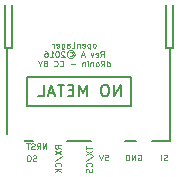
<source format=gbo>
G04 #@! TF.FileFunction,Legend,Bot*
%FSLAX46Y46*%
G04 Gerber Fmt 4.6, Leading zero omitted, Abs format (unit mm)*
G04 Created by KiCad (PCBNEW 4.0.2-stable) date 4/18/2016 11:06:15 PM*
%MOMM*%
G01*
G04 APERTURE LIST*
%ADD10C,0.100000*%
%ADD11C,0.150000*%
%ADD12C,0.127000*%
%ADD13R,0.900000X2.200000*%
%ADD14R,1.200000X2.800000*%
%ADD15R,1.700000X2.800000*%
%ADD16R,2.900000X1.600000*%
%ADD17R,1.400000X1.400000*%
%ADD18C,0.685800*%
%ADD19R,1.727200X2.032000*%
%ADD20O,1.727200X2.032000*%
G04 APERTURE END LIST*
D10*
X204731904Y-112851381D02*
X204660475Y-112875190D01*
X204541428Y-112875190D01*
X204493809Y-112851381D01*
X204469999Y-112827571D01*
X204446190Y-112779952D01*
X204446190Y-112732333D01*
X204469999Y-112684714D01*
X204493809Y-112660905D01*
X204541428Y-112637095D01*
X204636666Y-112613286D01*
X204684285Y-112589476D01*
X204708094Y-112565667D01*
X204731904Y-112518048D01*
X204731904Y-112470429D01*
X204708094Y-112422810D01*
X204684285Y-112399000D01*
X204636666Y-112375190D01*
X204517618Y-112375190D01*
X204446190Y-112399000D01*
X204231904Y-112875190D02*
X204231904Y-112375190D01*
X202247453Y-112399000D02*
X202295072Y-112375190D01*
X202366500Y-112375190D01*
X202437929Y-112399000D01*
X202485548Y-112446619D01*
X202509357Y-112494238D01*
X202533167Y-112589476D01*
X202533167Y-112660905D01*
X202509357Y-112756143D01*
X202485548Y-112803762D01*
X202437929Y-112851381D01*
X202366500Y-112875190D01*
X202318881Y-112875190D01*
X202247453Y-112851381D01*
X202223643Y-112827571D01*
X202223643Y-112660905D01*
X202318881Y-112660905D01*
X202009357Y-112875190D02*
X202009357Y-112375190D01*
X201723643Y-112875190D01*
X201723643Y-112375190D01*
X201485547Y-112875190D02*
X201485547Y-112375190D01*
X201366500Y-112375190D01*
X201295071Y-112399000D01*
X201247452Y-112446619D01*
X201223643Y-112494238D01*
X201199833Y-112589476D01*
X201199833Y-112660905D01*
X201223643Y-112756143D01*
X201247452Y-112803762D01*
X201295071Y-112851381D01*
X201366500Y-112875190D01*
X201485547Y-112875190D01*
X199485237Y-112375190D02*
X199723332Y-112375190D01*
X199747142Y-112613286D01*
X199723332Y-112589476D01*
X199675713Y-112565667D01*
X199556666Y-112565667D01*
X199509047Y-112589476D01*
X199485237Y-112613286D01*
X199461428Y-112660905D01*
X199461428Y-112779952D01*
X199485237Y-112827571D01*
X199509047Y-112851381D01*
X199556666Y-112875190D01*
X199675713Y-112875190D01*
X199723332Y-112851381D01*
X199747142Y-112827571D01*
X199318571Y-112375190D02*
X199151904Y-112875190D01*
X198985238Y-112375190D01*
X197846190Y-111645048D02*
X197846190Y-111930762D01*
X198346190Y-111787905D02*
X197846190Y-111787905D01*
X197846190Y-112049810D02*
X198346190Y-112383143D01*
X197846190Y-112383143D02*
X198346190Y-112049810D01*
X197822381Y-112930761D02*
X198465238Y-112502190D01*
X198298571Y-113383143D02*
X198322381Y-113359333D01*
X198346190Y-113287905D01*
X198346190Y-113240286D01*
X198322381Y-113168857D01*
X198274762Y-113121238D01*
X198227143Y-113097429D01*
X198131905Y-113073619D01*
X198060476Y-113073619D01*
X197965238Y-113097429D01*
X197917619Y-113121238D01*
X197870000Y-113168857D01*
X197846190Y-113240286D01*
X197846190Y-113287905D01*
X197870000Y-113359333D01*
X197893810Y-113383143D01*
X198322381Y-113573619D02*
X198346190Y-113645048D01*
X198346190Y-113764095D01*
X198322381Y-113811714D01*
X198298571Y-113835524D01*
X198250952Y-113859333D01*
X198203333Y-113859333D01*
X198155714Y-113835524D01*
X198131905Y-113811714D01*
X198108095Y-113764095D01*
X198084286Y-113668857D01*
X198060476Y-113621238D01*
X198036667Y-113597429D01*
X197989048Y-113573619D01*
X197941429Y-113573619D01*
X197893810Y-113597429D01*
X197870000Y-113621238D01*
X197846190Y-113668857D01*
X197846190Y-113787905D01*
X197870000Y-113859333D01*
X195742690Y-111867262D02*
X195504595Y-111700595D01*
X195742690Y-111581548D02*
X195242690Y-111581548D01*
X195242690Y-111772024D01*
X195266500Y-111819643D01*
X195290310Y-111843452D01*
X195337929Y-111867262D01*
X195409357Y-111867262D01*
X195456976Y-111843452D01*
X195480786Y-111819643D01*
X195504595Y-111772024D01*
X195504595Y-111581548D01*
X195242690Y-112033929D02*
X195742690Y-112367262D01*
X195242690Y-112367262D02*
X195742690Y-112033929D01*
X195218881Y-112914880D02*
X195861738Y-112486309D01*
X195695071Y-113367262D02*
X195718881Y-113343452D01*
X195742690Y-113272024D01*
X195742690Y-113224405D01*
X195718881Y-113152976D01*
X195671262Y-113105357D01*
X195623643Y-113081548D01*
X195528405Y-113057738D01*
X195456976Y-113057738D01*
X195361738Y-113081548D01*
X195314119Y-113105357D01*
X195266500Y-113152976D01*
X195242690Y-113224405D01*
X195242690Y-113272024D01*
X195266500Y-113343452D01*
X195290310Y-113367262D01*
X195742690Y-113581548D02*
X195242690Y-113581548D01*
X195742690Y-113867262D02*
X195456976Y-113652976D01*
X195242690Y-113867262D02*
X195528405Y-113581548D01*
X193635262Y-112914881D02*
X193563833Y-112938690D01*
X193444786Y-112938690D01*
X193397167Y-112914881D01*
X193373357Y-112891071D01*
X193349548Y-112843452D01*
X193349548Y-112795833D01*
X193373357Y-112748214D01*
X193397167Y-112724405D01*
X193444786Y-112700595D01*
X193540024Y-112676786D01*
X193587643Y-112652976D01*
X193611452Y-112629167D01*
X193635262Y-112581548D01*
X193635262Y-112533929D01*
X193611452Y-112486310D01*
X193587643Y-112462500D01*
X193540024Y-112438690D01*
X193420976Y-112438690D01*
X193349548Y-112462500D01*
X193040024Y-112438690D02*
X192944786Y-112438690D01*
X192897167Y-112462500D01*
X192849548Y-112510119D01*
X192825739Y-112605357D01*
X192825739Y-112772024D01*
X192849548Y-112867262D01*
X192897167Y-112914881D01*
X192944786Y-112938690D01*
X193040024Y-112938690D01*
X193087643Y-112914881D01*
X193135262Y-112867262D01*
X193159072Y-112772024D01*
X193159072Y-112605357D01*
X193135262Y-112510119D01*
X193087643Y-112462500D01*
X193040024Y-112438690D01*
X194496428Y-111922690D02*
X194496428Y-111422690D01*
X194210714Y-111922690D01*
X194210714Y-111422690D01*
X193686904Y-111922690D02*
X193853571Y-111684595D01*
X193972618Y-111922690D02*
X193972618Y-111422690D01*
X193782142Y-111422690D01*
X193734523Y-111446500D01*
X193710714Y-111470310D01*
X193686904Y-111517929D01*
X193686904Y-111589357D01*
X193710714Y-111636976D01*
X193734523Y-111660786D01*
X193782142Y-111684595D01*
X193972618Y-111684595D01*
X193496428Y-111898881D02*
X193424999Y-111922690D01*
X193305952Y-111922690D01*
X193258333Y-111898881D01*
X193234523Y-111875071D01*
X193210714Y-111827452D01*
X193210714Y-111779833D01*
X193234523Y-111732214D01*
X193258333Y-111708405D01*
X193305952Y-111684595D01*
X193401190Y-111660786D01*
X193448809Y-111636976D01*
X193472618Y-111613167D01*
X193496428Y-111565548D01*
X193496428Y-111517929D01*
X193472618Y-111470310D01*
X193448809Y-111446500D01*
X193401190Y-111422690D01*
X193282142Y-111422690D01*
X193210714Y-111446500D01*
X193067857Y-111422690D02*
X192782143Y-111422690D01*
X192925000Y-111922690D02*
X192925000Y-111422690D01*
X198576190Y-103312190D02*
X198623809Y-103288381D01*
X198647618Y-103264571D01*
X198671428Y-103216952D01*
X198671428Y-103074095D01*
X198647618Y-103026476D01*
X198623809Y-103002667D01*
X198576190Y-102978857D01*
X198504761Y-102978857D01*
X198457142Y-103002667D01*
X198433333Y-103026476D01*
X198409523Y-103074095D01*
X198409523Y-103216952D01*
X198433333Y-103264571D01*
X198457142Y-103288381D01*
X198504761Y-103312190D01*
X198576190Y-103312190D01*
X198195237Y-102978857D02*
X198195237Y-103478857D01*
X198195237Y-103002667D02*
X198147618Y-102978857D01*
X198052380Y-102978857D01*
X198004761Y-103002667D01*
X197980952Y-103026476D01*
X197957142Y-103074095D01*
X197957142Y-103216952D01*
X197980952Y-103264571D01*
X198004761Y-103288381D01*
X198052380Y-103312190D01*
X198147618Y-103312190D01*
X198195237Y-103288381D01*
X197552380Y-103288381D02*
X197599999Y-103312190D01*
X197695237Y-103312190D01*
X197742856Y-103288381D01*
X197766666Y-103240762D01*
X197766666Y-103050286D01*
X197742856Y-103002667D01*
X197695237Y-102978857D01*
X197599999Y-102978857D01*
X197552380Y-103002667D01*
X197528571Y-103050286D01*
X197528571Y-103097905D01*
X197766666Y-103145524D01*
X197314285Y-102978857D02*
X197314285Y-103312190D01*
X197314285Y-103026476D02*
X197290476Y-103002667D01*
X197242857Y-102978857D01*
X197171428Y-102978857D01*
X197123809Y-103002667D01*
X197100000Y-103050286D01*
X197100000Y-103312190D01*
X196623809Y-103312190D02*
X196861904Y-103312190D01*
X196861904Y-102812190D01*
X196242857Y-103312190D02*
X196242857Y-103050286D01*
X196266666Y-103002667D01*
X196314285Y-102978857D01*
X196409523Y-102978857D01*
X196457142Y-103002667D01*
X196242857Y-103288381D02*
X196290476Y-103312190D01*
X196409523Y-103312190D01*
X196457142Y-103288381D01*
X196480952Y-103240762D01*
X196480952Y-103193143D01*
X196457142Y-103145524D01*
X196409523Y-103121714D01*
X196290476Y-103121714D01*
X196242857Y-103097905D01*
X195790476Y-102978857D02*
X195790476Y-103383619D01*
X195814285Y-103431238D01*
X195838095Y-103455048D01*
X195885714Y-103478857D01*
X195957142Y-103478857D01*
X196004761Y-103455048D01*
X195790476Y-103288381D02*
X195838095Y-103312190D01*
X195933333Y-103312190D01*
X195980952Y-103288381D01*
X196004761Y-103264571D01*
X196028571Y-103216952D01*
X196028571Y-103074095D01*
X196004761Y-103026476D01*
X195980952Y-103002667D01*
X195933333Y-102978857D01*
X195838095Y-102978857D01*
X195790476Y-103002667D01*
X195361904Y-103288381D02*
X195409523Y-103312190D01*
X195504761Y-103312190D01*
X195552380Y-103288381D01*
X195576190Y-103240762D01*
X195576190Y-103050286D01*
X195552380Y-103002667D01*
X195504761Y-102978857D01*
X195409523Y-102978857D01*
X195361904Y-103002667D01*
X195338095Y-103050286D01*
X195338095Y-103097905D01*
X195576190Y-103145524D01*
X195123809Y-103312190D02*
X195123809Y-102978857D01*
X195123809Y-103074095D02*
X195100000Y-103026476D01*
X195076190Y-103002667D01*
X195028571Y-102978857D01*
X194980952Y-102978857D01*
X199076188Y-104112190D02*
X199242855Y-103874095D01*
X199361902Y-104112190D02*
X199361902Y-103612190D01*
X199171426Y-103612190D01*
X199123807Y-103636000D01*
X199099998Y-103659810D01*
X199076188Y-103707429D01*
X199076188Y-103778857D01*
X199099998Y-103826476D01*
X199123807Y-103850286D01*
X199171426Y-103874095D01*
X199361902Y-103874095D01*
X198671426Y-104088381D02*
X198719045Y-104112190D01*
X198814283Y-104112190D01*
X198861902Y-104088381D01*
X198885712Y-104040762D01*
X198885712Y-103850286D01*
X198861902Y-103802667D01*
X198814283Y-103778857D01*
X198719045Y-103778857D01*
X198671426Y-103802667D01*
X198647617Y-103850286D01*
X198647617Y-103897905D01*
X198885712Y-103945524D01*
X198480950Y-103778857D02*
X198361903Y-104112190D01*
X198242855Y-103778857D01*
X197695237Y-103969333D02*
X197457142Y-103969333D01*
X197742856Y-104112190D02*
X197576189Y-103612190D01*
X197409523Y-104112190D01*
X196457142Y-103731238D02*
X196504762Y-103707429D01*
X196600000Y-103707429D01*
X196647619Y-103731238D01*
X196695238Y-103778857D01*
X196719047Y-103826476D01*
X196719047Y-103921714D01*
X196695238Y-103969333D01*
X196647619Y-104016952D01*
X196600000Y-104040762D01*
X196504762Y-104040762D01*
X196457142Y-104016952D01*
X196552381Y-103540762D02*
X196671428Y-103564571D01*
X196790476Y-103636000D01*
X196861904Y-103755048D01*
X196885714Y-103874095D01*
X196861904Y-103993143D01*
X196790476Y-104112190D01*
X196671428Y-104183619D01*
X196552381Y-104207429D01*
X196433333Y-104183619D01*
X196314285Y-104112190D01*
X196242857Y-103993143D01*
X196219047Y-103874095D01*
X196242857Y-103755048D01*
X196314285Y-103636000D01*
X196433333Y-103564571D01*
X196552381Y-103540762D01*
X196028571Y-103659810D02*
X196004761Y-103636000D01*
X195957142Y-103612190D01*
X195838095Y-103612190D01*
X195790476Y-103636000D01*
X195766666Y-103659810D01*
X195742857Y-103707429D01*
X195742857Y-103755048D01*
X195766666Y-103826476D01*
X196052380Y-104112190D01*
X195742857Y-104112190D01*
X195433333Y-103612190D02*
X195385714Y-103612190D01*
X195338095Y-103636000D01*
X195314286Y-103659810D01*
X195290476Y-103707429D01*
X195266667Y-103802667D01*
X195266667Y-103921714D01*
X195290476Y-104016952D01*
X195314286Y-104064571D01*
X195338095Y-104088381D01*
X195385714Y-104112190D01*
X195433333Y-104112190D01*
X195480952Y-104088381D01*
X195504762Y-104064571D01*
X195528571Y-104016952D01*
X195552381Y-103921714D01*
X195552381Y-103802667D01*
X195528571Y-103707429D01*
X195504762Y-103659810D01*
X195480952Y-103636000D01*
X195433333Y-103612190D01*
X194790477Y-104112190D02*
X195076191Y-104112190D01*
X194933334Y-104112190D02*
X194933334Y-103612190D01*
X194980953Y-103683619D01*
X195028572Y-103731238D01*
X195076191Y-103755048D01*
X194361906Y-103612190D02*
X194457144Y-103612190D01*
X194504763Y-103636000D01*
X194528572Y-103659810D01*
X194576191Y-103731238D01*
X194600001Y-103826476D01*
X194600001Y-104016952D01*
X194576191Y-104064571D01*
X194552382Y-104088381D01*
X194504763Y-104112190D01*
X194409525Y-104112190D01*
X194361906Y-104088381D01*
X194338096Y-104064571D01*
X194314287Y-104016952D01*
X194314287Y-103897905D01*
X194338096Y-103850286D01*
X194361906Y-103826476D01*
X194409525Y-103802667D01*
X194504763Y-103802667D01*
X194552382Y-103826476D01*
X194576191Y-103850286D01*
X194600001Y-103897905D01*
X199635714Y-104912190D02*
X199635714Y-104412190D01*
X199635714Y-104888381D02*
X199683333Y-104912190D01*
X199778571Y-104912190D01*
X199826190Y-104888381D01*
X199849999Y-104864571D01*
X199873809Y-104816952D01*
X199873809Y-104674095D01*
X199849999Y-104626476D01*
X199826190Y-104602667D01*
X199778571Y-104578857D01*
X199683333Y-104578857D01*
X199635714Y-104602667D01*
X199111904Y-104912190D02*
X199278571Y-104674095D01*
X199397618Y-104912190D02*
X199397618Y-104412190D01*
X199207142Y-104412190D01*
X199159523Y-104436000D01*
X199135714Y-104459810D01*
X199111904Y-104507429D01*
X199111904Y-104578857D01*
X199135714Y-104626476D01*
X199159523Y-104650286D01*
X199207142Y-104674095D01*
X199397618Y-104674095D01*
X198826190Y-104912190D02*
X198873809Y-104888381D01*
X198897618Y-104864571D01*
X198921428Y-104816952D01*
X198921428Y-104674095D01*
X198897618Y-104626476D01*
X198873809Y-104602667D01*
X198826190Y-104578857D01*
X198754761Y-104578857D01*
X198707142Y-104602667D01*
X198683333Y-104626476D01*
X198659523Y-104674095D01*
X198659523Y-104816952D01*
X198683333Y-104864571D01*
X198707142Y-104888381D01*
X198754761Y-104912190D01*
X198826190Y-104912190D01*
X198445237Y-104578857D02*
X198445237Y-104912190D01*
X198445237Y-104626476D02*
X198421428Y-104602667D01*
X198373809Y-104578857D01*
X198302380Y-104578857D01*
X198254761Y-104602667D01*
X198230952Y-104650286D01*
X198230952Y-104912190D01*
X197992856Y-104912190D02*
X197992856Y-104578857D01*
X197992856Y-104412190D02*
X198016666Y-104436000D01*
X197992856Y-104459810D01*
X197969047Y-104436000D01*
X197992856Y-104412190D01*
X197992856Y-104459810D01*
X197754761Y-104578857D02*
X197754761Y-104912190D01*
X197754761Y-104626476D02*
X197730952Y-104602667D01*
X197683333Y-104578857D01*
X197611904Y-104578857D01*
X197564285Y-104602667D01*
X197540476Y-104650286D01*
X197540476Y-104912190D01*
X196921428Y-104721714D02*
X196540476Y-104721714D01*
X195635714Y-104864571D02*
X195659524Y-104888381D01*
X195730952Y-104912190D01*
X195778571Y-104912190D01*
X195850000Y-104888381D01*
X195897619Y-104840762D01*
X195921428Y-104793143D01*
X195945238Y-104697905D01*
X195945238Y-104626476D01*
X195921428Y-104531238D01*
X195897619Y-104483619D01*
X195850000Y-104436000D01*
X195778571Y-104412190D01*
X195730952Y-104412190D01*
X195659524Y-104436000D01*
X195635714Y-104459810D01*
X195135714Y-104864571D02*
X195159524Y-104888381D01*
X195230952Y-104912190D01*
X195278571Y-104912190D01*
X195350000Y-104888381D01*
X195397619Y-104840762D01*
X195421428Y-104793143D01*
X195445238Y-104697905D01*
X195445238Y-104626476D01*
X195421428Y-104531238D01*
X195397619Y-104483619D01*
X195350000Y-104436000D01*
X195278571Y-104412190D01*
X195230952Y-104412190D01*
X195159524Y-104436000D01*
X195135714Y-104459810D01*
X194373810Y-104650286D02*
X194302381Y-104674095D01*
X194278572Y-104697905D01*
X194254762Y-104745524D01*
X194254762Y-104816952D01*
X194278572Y-104864571D01*
X194302381Y-104888381D01*
X194350000Y-104912190D01*
X194540476Y-104912190D01*
X194540476Y-104412190D01*
X194373810Y-104412190D01*
X194326191Y-104436000D01*
X194302381Y-104459810D01*
X194278572Y-104507429D01*
X194278572Y-104555048D01*
X194302381Y-104602667D01*
X194326191Y-104626476D01*
X194373810Y-104650286D01*
X194540476Y-104650286D01*
X193945238Y-104674095D02*
X193945238Y-104912190D01*
X194111905Y-104412190D02*
X193945238Y-104674095D01*
X193778572Y-104412190D01*
D11*
X203454500Y-111188500D02*
X205004500Y-111188500D01*
X201154500Y-111188500D02*
X202054500Y-111188500D01*
X196254500Y-111188500D02*
X198254500Y-111188500D01*
X191004500Y-103388500D02*
X191004500Y-99688500D01*
X191604500Y-103388500D02*
X191604500Y-99688500D01*
X191004500Y-103388500D02*
X191604500Y-103388500D01*
X205204500Y-103388500D02*
X205204500Y-99688500D01*
X204604500Y-103388500D02*
X204604500Y-99688500D01*
X204604500Y-103388500D02*
X205204500Y-103388500D01*
X192854500Y-105788500D02*
X201654500Y-105788500D01*
X192854500Y-108288500D02*
X192854500Y-105788500D01*
X192854500Y-108288500D02*
X201654500Y-108288500D01*
X201654500Y-108288500D02*
X201654500Y-105788500D01*
D12*
X191204500Y-103388500D02*
X191204500Y-111188500D01*
X191204500Y-111188500D02*
X193354500Y-111188500D01*
X205004500Y-111188500D02*
X205004500Y-103388500D01*
D11*
X200786572Y-107449881D02*
X200786572Y-106449881D01*
X200215143Y-107449881D01*
X200215143Y-106449881D01*
X199548477Y-106449881D02*
X199358000Y-106449881D01*
X199262762Y-106497500D01*
X199167524Y-106592738D01*
X199119905Y-106783214D01*
X199119905Y-107116548D01*
X199167524Y-107307024D01*
X199262762Y-107402262D01*
X199358000Y-107449881D01*
X199548477Y-107449881D01*
X199643715Y-107402262D01*
X199738953Y-107307024D01*
X199786572Y-107116548D01*
X199786572Y-106783214D01*
X199738953Y-106592738D01*
X199643715Y-106497500D01*
X199548477Y-106449881D01*
X197929429Y-107449881D02*
X197929429Y-106449881D01*
X197596095Y-107164167D01*
X197262762Y-106449881D01*
X197262762Y-107449881D01*
X196786572Y-106926071D02*
X196453238Y-106926071D01*
X196310381Y-107449881D02*
X196786572Y-107449881D01*
X196786572Y-106449881D01*
X196310381Y-106449881D01*
X196024667Y-106449881D02*
X195453238Y-106449881D01*
X195738953Y-107449881D02*
X195738953Y-106449881D01*
X195167524Y-107164167D02*
X194691333Y-107164167D01*
X195262762Y-107449881D02*
X194929429Y-106449881D01*
X194596095Y-107449881D01*
X193786571Y-107449881D02*
X194262762Y-107449881D01*
X194262762Y-106449881D01*
%LPC*%
D13*
X193404500Y-97788500D03*
X194504500Y-97788500D03*
X195604500Y-97788500D03*
X196704500Y-97788500D03*
X197804500Y-97788500D03*
X198904500Y-97788500D03*
X200004500Y-97788500D03*
X201104500Y-97788500D03*
D14*
X191304500Y-98288500D03*
D15*
X204654500Y-98288500D03*
D16*
X194804500Y-110488500D03*
X199704500Y-110488500D03*
D17*
X202754500Y-110588500D03*
D18*
X191579500Y-108839000D03*
X202692000Y-103441500D03*
D19*
X191770000Y-111760000D03*
X191770000Y-114300000D03*
D20*
X194310000Y-114300000D03*
X196850000Y-114300000D03*
X199390000Y-114300000D03*
X201930000Y-114300000D03*
X204470000Y-114300000D03*
M02*

</source>
